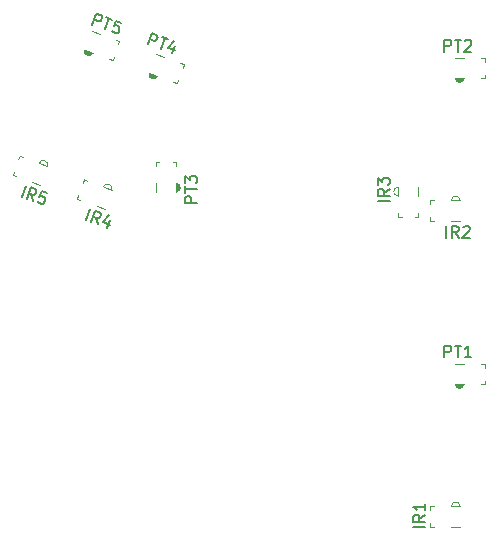
<source format=gbr>
%TF.GenerationSoftware,KiCad,Pcbnew,5.1.6-c6e7f7d~86~ubuntu18.04.1*%
%TF.CreationDate,2021-04-26T01:41:27-07:00*%
%TF.ProjectId,thumb_cluster_left,7468756d-625f-4636-9c75-737465725f6c,rev?*%
%TF.SameCoordinates,Original*%
%TF.FileFunction,Legend,Top*%
%TF.FilePolarity,Positive*%
%FSLAX46Y46*%
G04 Gerber Fmt 4.6, Leading zero omitted, Abs format (unit mm)*
G04 Created by KiCad (PCBNEW 5.1.6-c6e7f7d~86~ubuntu18.04.1) date 2021-04-26 01:41:27*
%MOMM*%
%LPD*%
G01*
G04 APERTURE LIST*
%ADD10C,0.120000*%
%ADD11C,0.100000*%
%ADD12C,0.150000*%
G04 APERTURE END LIST*
D10*
%TO.C,IR4*%
X142401132Y-78801187D02*
X141724554Y-78554932D01*
X139947243Y-78233682D02*
X140051901Y-77946137D01*
X139462942Y-79564287D02*
X139567600Y-79276741D01*
X140343205Y-78052163D02*
X140051901Y-77946137D01*
X142401132Y-78801187D02*
X141714217Y-78551170D01*
X139754247Y-79670313D02*
X139462942Y-79564287D01*
X141812174Y-80419338D02*
X141125258Y-80169321D01*
X141724554Y-78554933D02*
G75*
G02*
X142401132Y-78801187I338289J-123127D01*
G01*
D11*
%TO.C,PT4*%
G36*
X145947959Y-69377985D02*
G01*
X145675448Y-69278799D01*
X145627669Y-69059215D01*
X145631089Y-69049818D01*
X146166714Y-69244770D01*
X145947959Y-69377985D01*
G37*
X145947959Y-69377985D02*
X145675448Y-69278799D01*
X145627669Y-69059215D01*
X145631089Y-69049818D01*
X146166714Y-69244770D01*
X145947959Y-69377985D01*
D10*
X145576435Y-68966075D02*
X146253013Y-69212330D01*
X148030324Y-69533580D02*
X147925666Y-69821125D01*
X148514625Y-68202975D02*
X148409967Y-68490521D01*
X147634362Y-69715099D02*
X147925666Y-69821125D01*
X145576435Y-68966075D02*
X146263350Y-69216092D01*
X148223320Y-68096949D02*
X148514625Y-68202975D01*
X146165393Y-67347924D02*
X146852309Y-67597941D01*
X146253013Y-69212329D02*
G75*
G02*
X145576435Y-68966075I-338289J123127D01*
G01*
D11*
%TO.C,PT5*%
G36*
X140497740Y-67394267D02*
G01*
X140225229Y-67295081D01*
X140177450Y-67075497D01*
X140180870Y-67066100D01*
X140716495Y-67261052D01*
X140497740Y-67394267D01*
G37*
X140497740Y-67394267D02*
X140225229Y-67295081D01*
X140177450Y-67075497D01*
X140180870Y-67066100D01*
X140716495Y-67261052D01*
X140497740Y-67394267D01*
D10*
X140126216Y-66982357D02*
X140802794Y-67228612D01*
X142580105Y-67549862D02*
X142475447Y-67837407D01*
X143064406Y-66219257D02*
X142959748Y-66506803D01*
X142184143Y-67731381D02*
X142475447Y-67837407D01*
X140126216Y-66982357D02*
X140813131Y-67232374D01*
X142773101Y-66113231D02*
X143064406Y-66219257D01*
X140715174Y-65364206D02*
X141402090Y-65614223D01*
X140802794Y-67228611D02*
G75*
G02*
X140126216Y-66982357I-338289J123127D01*
G01*
%TO.C,IR5*%
X136950915Y-76817472D02*
X136274337Y-76571217D01*
X134497026Y-76249967D02*
X134601684Y-75962422D01*
X134012725Y-77580572D02*
X134117383Y-77293026D01*
X134892988Y-76068448D02*
X134601684Y-75962422D01*
X136950915Y-76817472D02*
X136264000Y-76567455D01*
X134304030Y-77686598D02*
X134012725Y-77580572D01*
X136361957Y-78435623D02*
X135675041Y-78185606D01*
X136274337Y-76571218D02*
G75*
G02*
X136950915Y-76817472I338289J-123127D01*
G01*
D11*
%TO.C,PT1*%
G36*
X171999999Y-95543918D02*
G01*
X171709999Y-95543918D01*
X171589999Y-95353918D01*
X171589999Y-95343918D01*
X172159999Y-95343918D01*
X171999999Y-95543918D01*
G37*
X171999999Y-95543918D02*
X171709999Y-95543918D01*
X171589999Y-95353918D01*
X171589999Y-95343918D01*
X172159999Y-95343918D01*
X171999999Y-95543918D01*
D10*
X171509999Y-95283918D02*
X172229999Y-95283918D01*
X174009999Y-94977918D02*
X174009999Y-95283918D01*
X174009999Y-93561918D02*
X174009999Y-93867918D01*
X173699999Y-95283918D02*
X174009999Y-95283918D01*
X171509999Y-95283918D02*
X172240999Y-95283918D01*
X173699999Y-93561918D02*
X174009999Y-93561918D01*
X171509999Y-93561918D02*
X172240999Y-93561918D01*
X172229999Y-95283918D02*
G75*
G02*
X171509999Y-95283918I-360000J0D01*
G01*
%TO.C,IR2*%
X171889999Y-79713999D02*
X171169999Y-79713999D01*
X169389999Y-80019999D02*
X169389999Y-79713999D01*
X169389999Y-81435999D02*
X169389999Y-81129999D01*
X169699999Y-79713999D02*
X169389999Y-79713999D01*
X171889999Y-79713999D02*
X171158999Y-79713999D01*
X169699999Y-81435999D02*
X169389999Y-81435999D01*
X171889999Y-81435999D02*
X171158999Y-81435999D01*
X171169999Y-79713999D02*
G75*
G02*
X171889999Y-79713999I360000J0D01*
G01*
D11*
%TO.C,PT3*%
G36*
X148121000Y-78500000D02*
G01*
X148121000Y-78790000D01*
X147931000Y-78910000D01*
X147921000Y-78910000D01*
X147921000Y-78340000D01*
X148121000Y-78500000D01*
G37*
X148121000Y-78500000D02*
X148121000Y-78790000D01*
X147931000Y-78910000D01*
X147921000Y-78910000D01*
X147921000Y-78340000D01*
X148121000Y-78500000D01*
D10*
X147861000Y-78990000D02*
X147861000Y-78270000D01*
X147555000Y-76490000D02*
X147861000Y-76490000D01*
X146139000Y-76490000D02*
X146445000Y-76490000D01*
X147861000Y-76800000D02*
X147861000Y-76490000D01*
X147861000Y-78990000D02*
X147861000Y-78259000D01*
X146139000Y-76800000D02*
X146139000Y-76490000D01*
X146139000Y-78990000D02*
X146139000Y-78259000D01*
X147861000Y-78270000D02*
G75*
G02*
X147861000Y-78990000I0J-360000D01*
G01*
%TO.C,IR3*%
X166638999Y-78610000D02*
X166638999Y-79330000D01*
X166944999Y-81110000D02*
X166638999Y-81110000D01*
X168360999Y-81110000D02*
X168054999Y-81110000D01*
X166638999Y-80800000D02*
X166638999Y-81110000D01*
X166638999Y-78610000D02*
X166638999Y-79341000D01*
X168360999Y-80800000D02*
X168360999Y-81110000D01*
X168360999Y-78610000D02*
X168360999Y-79341000D01*
X166638999Y-79330000D02*
G75*
G02*
X166638999Y-78610000I0J360000D01*
G01*
%TO.C,IR1*%
X171889999Y-105611918D02*
X171169999Y-105611918D01*
X169389999Y-105917918D02*
X169389999Y-105611918D01*
X169389999Y-107333918D02*
X169389999Y-107027918D01*
X169699999Y-105611918D02*
X169389999Y-105611918D01*
X171889999Y-105611918D02*
X171158999Y-105611918D01*
X169699999Y-107333918D02*
X169389999Y-107333918D01*
X171889999Y-107333918D02*
X171158999Y-107333918D01*
X171169999Y-105611918D02*
G75*
G02*
X171889999Y-105611918I360000J0D01*
G01*
D11*
%TO.C,PT2*%
G36*
X171999998Y-69645999D02*
G01*
X171709998Y-69645999D01*
X171589998Y-69455999D01*
X171589998Y-69445999D01*
X172159998Y-69445999D01*
X171999998Y-69645999D01*
G37*
X171999998Y-69645999D02*
X171709998Y-69645999D01*
X171589998Y-69455999D01*
X171589998Y-69445999D01*
X172159998Y-69445999D01*
X171999998Y-69645999D01*
D10*
X171509998Y-69385999D02*
X172229998Y-69385999D01*
X174009998Y-69079999D02*
X174009998Y-69385999D01*
X174009998Y-67663999D02*
X174009998Y-67969999D01*
X173699998Y-69385999D02*
X174009998Y-69385999D01*
X171509998Y-69385999D02*
X172240998Y-69385999D01*
X173699998Y-67663999D02*
X174009998Y-67663999D01*
X171509998Y-67663999D02*
X172240998Y-67663999D01*
X172229998Y-69385999D02*
G75*
G02*
X171509998Y-69385999I-360000J0D01*
G01*
%TO.C,IR4*%
D12*
X140219911Y-81384329D02*
X140561931Y-80444636D01*
X141204351Y-81742636D02*
X141053987Y-81181156D01*
X140667384Y-81547195D02*
X141009404Y-80607503D01*
X141367382Y-80737796D01*
X141440590Y-80815117D01*
X141469051Y-80876151D01*
X141481224Y-80981932D01*
X141432364Y-81116174D01*
X141355044Y-81189382D01*
X141294010Y-81217842D01*
X141188229Y-81230016D01*
X140830251Y-81099723D01*
X142237815Y-81409334D02*
X142009802Y-82035796D01*
X142144372Y-80969922D02*
X141676336Y-81559698D01*
X142258050Y-81771425D01*
%TO.C,PT4*%
X145479328Y-66516517D02*
X145821348Y-65576824D01*
X146179327Y-65707117D01*
X146252534Y-65784438D01*
X146280995Y-65845472D01*
X146293169Y-65951253D01*
X146244309Y-66085495D01*
X146166988Y-66158703D01*
X146105954Y-66187164D01*
X146000173Y-66199337D01*
X145642195Y-66069044D01*
X146626799Y-65869984D02*
X147163766Y-66065424D01*
X146553263Y-66907397D02*
X146895283Y-65967704D01*
X147765716Y-66639242D02*
X147537703Y-67265704D01*
X147672273Y-66199830D02*
X147204237Y-66789606D01*
X147785951Y-67001333D01*
%TO.C,PT5*%
X140772064Y-64856892D02*
X141114084Y-63917199D01*
X141472063Y-64047492D01*
X141545270Y-64124813D01*
X141573731Y-64185847D01*
X141585905Y-64291628D01*
X141537045Y-64425870D01*
X141459724Y-64499078D01*
X141398690Y-64527539D01*
X141292909Y-64539712D01*
X140934931Y-64409419D01*
X141919535Y-64210359D02*
X142456502Y-64405799D01*
X141845999Y-65247772D02*
X142188019Y-64308079D01*
X143217206Y-64682673D02*
X142769733Y-64519806D01*
X142562119Y-64950992D01*
X142623153Y-64922531D01*
X142728935Y-64910358D01*
X142952671Y-64991791D01*
X143025879Y-65069111D01*
X143054339Y-65130145D01*
X143066513Y-65235927D01*
X142985080Y-65459663D01*
X142907759Y-65532871D01*
X142846725Y-65561331D01*
X142740944Y-65573505D01*
X142517208Y-65492072D01*
X142444000Y-65414751D01*
X142415539Y-65353717D01*
%TO.C,IR5*%
X134769694Y-79400614D02*
X135111714Y-78460921D01*
X135754134Y-79758921D02*
X135603770Y-79197441D01*
X135217167Y-79563480D02*
X135559187Y-78623788D01*
X135917165Y-78754081D01*
X135990373Y-78831402D01*
X136018834Y-78892436D01*
X136031007Y-78998217D01*
X135982147Y-79132459D01*
X135904827Y-79205667D01*
X135843793Y-79234127D01*
X135738012Y-79246301D01*
X135380034Y-79116008D01*
X136946352Y-79128675D02*
X136498880Y-78965808D01*
X136291266Y-79396994D01*
X136352299Y-79368533D01*
X136458081Y-79356359D01*
X136681817Y-79437793D01*
X136755025Y-79515113D01*
X136783485Y-79576147D01*
X136795659Y-79681929D01*
X136714226Y-79905665D01*
X136636905Y-79978873D01*
X136575871Y-80007333D01*
X136470090Y-80019507D01*
X136246354Y-79938074D01*
X136173146Y-79860753D01*
X136144685Y-79799719D01*
%TO.C,PT1*%
X170580951Y-93015298D02*
X170580951Y-92015298D01*
X170961903Y-92015298D01*
X171057141Y-92062918D01*
X171104760Y-92110537D01*
X171152379Y-92205775D01*
X171152379Y-92348632D01*
X171104760Y-92443870D01*
X171057141Y-92491489D01*
X170961903Y-92539108D01*
X170580951Y-92539108D01*
X171438094Y-92015298D02*
X172009522Y-92015298D01*
X171723808Y-93015298D02*
X171723808Y-92015298D01*
X172866665Y-93015298D02*
X172295237Y-93015298D01*
X172580951Y-93015298D02*
X172580951Y-92015298D01*
X172485713Y-92158156D01*
X172390475Y-92253394D01*
X172295237Y-92301013D01*
%TO.C,IR2*%
X170723808Y-82887379D02*
X170723808Y-81887379D01*
X171771427Y-82887379D02*
X171438094Y-82411189D01*
X171199999Y-82887379D02*
X171199999Y-81887379D01*
X171580951Y-81887379D01*
X171676189Y-81934999D01*
X171723808Y-81982618D01*
X171771427Y-82077856D01*
X171771427Y-82220713D01*
X171723808Y-82315951D01*
X171676189Y-82363570D01*
X171580951Y-82411189D01*
X171199999Y-82411189D01*
X172152379Y-81982618D02*
X172199999Y-81934999D01*
X172295237Y-81887379D01*
X172533332Y-81887379D01*
X172628570Y-81934999D01*
X172676189Y-81982618D01*
X172723808Y-82077856D01*
X172723808Y-82173094D01*
X172676189Y-82315951D01*
X172104760Y-82887379D01*
X172723808Y-82887379D01*
%TO.C,PT3*%
X149630729Y-79933577D02*
X148630729Y-79933577D01*
X148630729Y-79552625D01*
X148678349Y-79457387D01*
X148725968Y-79409768D01*
X148821206Y-79362149D01*
X148964063Y-79362149D01*
X149059301Y-79409768D01*
X149106920Y-79457387D01*
X149154539Y-79552625D01*
X149154539Y-79933577D01*
X148630729Y-79076434D02*
X148630729Y-78505006D01*
X149630729Y-78790720D02*
X148630729Y-78790720D01*
X148630729Y-78266910D02*
X148630729Y-77647863D01*
X149011682Y-77981196D01*
X149011682Y-77838339D01*
X149059301Y-77743101D01*
X149106920Y-77695482D01*
X149202158Y-77647863D01*
X149440253Y-77647863D01*
X149535491Y-77695482D01*
X149583110Y-77743101D01*
X149630729Y-77838339D01*
X149630729Y-78124053D01*
X149583110Y-78219291D01*
X149535491Y-78266910D01*
%TO.C,IR3*%
X165930729Y-79790720D02*
X164930729Y-79790720D01*
X165930729Y-78743101D02*
X165454539Y-79076434D01*
X165930729Y-79314530D02*
X164930729Y-79314530D01*
X164930729Y-78933577D01*
X164978349Y-78838339D01*
X165025968Y-78790720D01*
X165121206Y-78743101D01*
X165264063Y-78743101D01*
X165359301Y-78790720D01*
X165406920Y-78838339D01*
X165454539Y-78933577D01*
X165454539Y-79314530D01*
X164930729Y-78409768D02*
X164930729Y-77790720D01*
X165311682Y-78124053D01*
X165311682Y-77981196D01*
X165359301Y-77885958D01*
X165406920Y-77838339D01*
X165502158Y-77790720D01*
X165740253Y-77790720D01*
X165835491Y-77838339D01*
X165883110Y-77885958D01*
X165930729Y-77981196D01*
X165930729Y-78266910D01*
X165883110Y-78362149D01*
X165835491Y-78409768D01*
%TO.C,IR1*%
X168930729Y-107390720D02*
X167930729Y-107390720D01*
X168930729Y-106343101D02*
X168454539Y-106676434D01*
X168930729Y-106914530D02*
X167930729Y-106914530D01*
X167930729Y-106533577D01*
X167978349Y-106438339D01*
X168025968Y-106390720D01*
X168121206Y-106343101D01*
X168264063Y-106343101D01*
X168359301Y-106390720D01*
X168406920Y-106438339D01*
X168454539Y-106533577D01*
X168454539Y-106914530D01*
X168930729Y-105390720D02*
X168930729Y-105962149D01*
X168930729Y-105676434D02*
X167930729Y-105676434D01*
X168073587Y-105771672D01*
X168168825Y-105866910D01*
X168216444Y-105962149D01*
%TO.C,PT2*%
X170580950Y-67117379D02*
X170580950Y-66117379D01*
X170961902Y-66117379D01*
X171057140Y-66164999D01*
X171104759Y-66212618D01*
X171152378Y-66307856D01*
X171152378Y-66450713D01*
X171104759Y-66545951D01*
X171057140Y-66593570D01*
X170961902Y-66641189D01*
X170580950Y-66641189D01*
X171438093Y-66117379D02*
X172009521Y-66117379D01*
X171723807Y-67117379D02*
X171723807Y-66117379D01*
X172295236Y-66212618D02*
X172342855Y-66164999D01*
X172438093Y-66117379D01*
X172676188Y-66117379D01*
X172771426Y-66164999D01*
X172819045Y-66212618D01*
X172866664Y-66307856D01*
X172866664Y-66403094D01*
X172819045Y-66545951D01*
X172247617Y-67117379D01*
X172866664Y-67117379D01*
%TD*%
M02*

</source>
